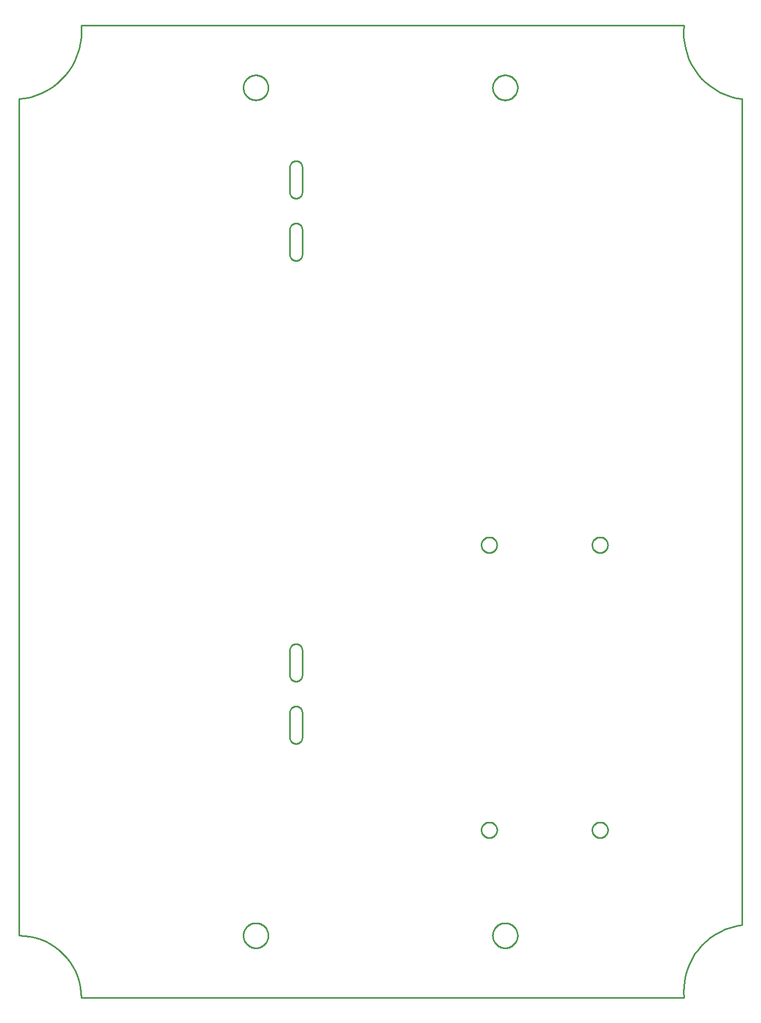
<source format=gko>
G04 EAGLE Gerber RS-274X export*
G75*
%MOMM*%
%FSLAX34Y34*%
%LPD*%
%IN*%
%IPPOS*%
%AMOC8*
5,1,8,0,0,1.08239X$1,22.5*%
G01*
%ADD10C,0.254000*%


D10*
X0Y100000D02*
X8716Y99619D01*
X17365Y98481D01*
X25882Y96593D01*
X34202Y93969D01*
X42262Y90631D01*
X50000Y86603D01*
X57358Y81915D01*
X64279Y76604D01*
X70711Y70711D01*
X76604Y64279D01*
X81915Y57358D01*
X86603Y50000D01*
X90631Y42262D01*
X93969Y34202D01*
X96593Y25882D01*
X98481Y17365D01*
X99619Y8716D01*
X100000Y0D01*
X1067100Y0D01*
X1066462Y9188D01*
X1066627Y18396D01*
X1067594Y27556D01*
X1069356Y36596D01*
X1071899Y45448D01*
X1075204Y54044D01*
X1079245Y62320D01*
X1083993Y70212D01*
X1089410Y77661D01*
X1095456Y84609D01*
X1102084Y91003D01*
X1109244Y96796D01*
X1116882Y101943D01*
X1124940Y106404D01*
X1133355Y110146D01*
X1142065Y113140D01*
X1151003Y115364D01*
X1160100Y116800D01*
X1160100Y1441800D01*
X1150940Y1443305D01*
X1141946Y1445602D01*
X1133187Y1448674D01*
X1124728Y1452498D01*
X1116636Y1457045D01*
X1108970Y1462279D01*
X1101789Y1468162D01*
X1095149Y1474649D01*
X1089099Y1481689D01*
X1083686Y1489230D01*
X1078951Y1497214D01*
X1074929Y1505580D01*
X1071652Y1514265D01*
X1069145Y1523203D01*
X1067426Y1532325D01*
X1066508Y1541562D01*
X1066400Y1550844D01*
X1067100Y1560100D01*
X100000Y1560100D01*
X100382Y1550552D01*
X99931Y1541007D01*
X98649Y1531538D01*
X96547Y1522217D01*
X93640Y1513114D01*
X89952Y1504299D01*
X85509Y1495839D01*
X80345Y1487799D01*
X74501Y1480239D01*
X68020Y1473218D01*
X60951Y1466788D01*
X53349Y1460998D01*
X45272Y1455893D01*
X36780Y1451512D01*
X27938Y1447887D01*
X18815Y1445047D01*
X9478Y1443013D01*
X0Y1441800D01*
X0Y100000D01*
X434500Y1292380D02*
X434538Y1291508D01*
X434652Y1290644D01*
X434841Y1289792D01*
X435103Y1288960D01*
X435437Y1288154D01*
X435840Y1287380D01*
X436308Y1286644D01*
X436840Y1285952D01*
X437429Y1285309D01*
X438072Y1284720D01*
X438764Y1284188D01*
X439500Y1283720D01*
X440274Y1283317D01*
X441080Y1282983D01*
X441912Y1282721D01*
X442764Y1282532D01*
X443628Y1282418D01*
X444500Y1282380D01*
X445372Y1282418D01*
X446236Y1282532D01*
X447088Y1282721D01*
X447920Y1282983D01*
X448726Y1283317D01*
X449500Y1283720D01*
X450236Y1284188D01*
X450928Y1284720D01*
X451571Y1285309D01*
X452160Y1285952D01*
X452692Y1286644D01*
X453160Y1287380D01*
X453563Y1288154D01*
X453897Y1288960D01*
X454159Y1289792D01*
X454348Y1290644D01*
X454462Y1291508D01*
X454500Y1292380D01*
X454500Y1332380D01*
X454462Y1333252D01*
X454348Y1334116D01*
X454159Y1334968D01*
X453897Y1335800D01*
X453563Y1336606D01*
X453160Y1337380D01*
X452692Y1338116D01*
X452160Y1338808D01*
X451571Y1339451D01*
X450928Y1340040D01*
X450236Y1340572D01*
X449500Y1341040D01*
X448726Y1341443D01*
X447920Y1341777D01*
X447088Y1342039D01*
X446236Y1342228D01*
X445372Y1342342D01*
X444500Y1342380D01*
X443628Y1342342D01*
X442764Y1342228D01*
X441912Y1342039D01*
X441080Y1341777D01*
X440274Y1341443D01*
X439500Y1341040D01*
X438764Y1340572D01*
X438072Y1340040D01*
X437429Y1339451D01*
X436840Y1338808D01*
X436308Y1338116D01*
X435840Y1337380D01*
X435437Y1336606D01*
X435103Y1335800D01*
X434841Y1334968D01*
X434652Y1334116D01*
X434538Y1333252D01*
X434500Y1332380D01*
X434500Y1292380D01*
X434500Y1192380D02*
X434538Y1191508D01*
X434652Y1190644D01*
X434841Y1189792D01*
X435103Y1188960D01*
X435437Y1188154D01*
X435840Y1187380D01*
X436308Y1186644D01*
X436840Y1185952D01*
X437429Y1185309D01*
X438072Y1184720D01*
X438764Y1184188D01*
X439500Y1183720D01*
X440274Y1183317D01*
X441080Y1182983D01*
X441912Y1182721D01*
X442764Y1182532D01*
X443628Y1182418D01*
X444500Y1182380D01*
X445372Y1182418D01*
X446236Y1182532D01*
X447088Y1182721D01*
X447920Y1182983D01*
X448726Y1183317D01*
X449500Y1183720D01*
X450236Y1184188D01*
X450928Y1184720D01*
X451571Y1185309D01*
X452160Y1185952D01*
X452692Y1186644D01*
X453160Y1187380D01*
X453563Y1188154D01*
X453897Y1188960D01*
X454159Y1189792D01*
X454348Y1190644D01*
X454462Y1191508D01*
X454500Y1192380D01*
X454500Y1232380D01*
X454462Y1233252D01*
X454348Y1234116D01*
X454159Y1234968D01*
X453897Y1235800D01*
X453563Y1236606D01*
X453160Y1237380D01*
X452692Y1238116D01*
X452160Y1238808D01*
X451571Y1239451D01*
X450928Y1240040D01*
X450236Y1240572D01*
X449500Y1241040D01*
X448726Y1241443D01*
X447920Y1241777D01*
X447088Y1242039D01*
X446236Y1242228D01*
X445372Y1242342D01*
X444500Y1242380D01*
X443628Y1242342D01*
X442764Y1242228D01*
X441912Y1242039D01*
X441080Y1241777D01*
X440274Y1241443D01*
X439500Y1241040D01*
X438764Y1240572D01*
X438072Y1240040D01*
X437429Y1239451D01*
X436840Y1238808D01*
X436308Y1238116D01*
X435840Y1237380D01*
X435437Y1236606D01*
X435103Y1235800D01*
X434841Y1234968D01*
X434652Y1234116D01*
X434538Y1233252D01*
X434500Y1232380D01*
X434500Y1192380D01*
X434500Y417680D02*
X434538Y416808D01*
X434652Y415944D01*
X434841Y415092D01*
X435103Y414260D01*
X435437Y413454D01*
X435840Y412680D01*
X436308Y411944D01*
X436840Y411252D01*
X437429Y410609D01*
X438072Y410020D01*
X438764Y409488D01*
X439500Y409020D01*
X440274Y408617D01*
X441080Y408283D01*
X441912Y408021D01*
X442764Y407832D01*
X443628Y407718D01*
X444500Y407680D01*
X445372Y407718D01*
X446236Y407832D01*
X447088Y408021D01*
X447920Y408283D01*
X448726Y408617D01*
X449500Y409020D01*
X450236Y409488D01*
X450928Y410020D01*
X451571Y410609D01*
X452160Y411252D01*
X452692Y411944D01*
X453160Y412680D01*
X453563Y413454D01*
X453897Y414260D01*
X454159Y415092D01*
X454348Y415944D01*
X454462Y416808D01*
X454500Y417680D01*
X454500Y457680D01*
X454462Y458552D01*
X454348Y459416D01*
X454159Y460268D01*
X453897Y461100D01*
X453563Y461906D01*
X453160Y462680D01*
X452692Y463416D01*
X452160Y464108D01*
X451571Y464751D01*
X450928Y465340D01*
X450236Y465872D01*
X449500Y466340D01*
X448726Y466743D01*
X447920Y467077D01*
X447088Y467339D01*
X446236Y467528D01*
X445372Y467642D01*
X444500Y467680D01*
X443628Y467642D01*
X442764Y467528D01*
X441912Y467339D01*
X441080Y467077D01*
X440274Y466743D01*
X439500Y466340D01*
X438764Y465872D01*
X438072Y465340D01*
X437429Y464751D01*
X436840Y464108D01*
X436308Y463416D01*
X435840Y462680D01*
X435437Y461906D01*
X435103Y461100D01*
X434841Y460268D01*
X434652Y459416D01*
X434538Y458552D01*
X434500Y457680D01*
X434500Y417680D01*
X434500Y517680D02*
X434538Y516808D01*
X434652Y515944D01*
X434841Y515092D01*
X435103Y514260D01*
X435437Y513454D01*
X435840Y512680D01*
X436308Y511944D01*
X436840Y511252D01*
X437429Y510609D01*
X438072Y510020D01*
X438764Y509488D01*
X439500Y509020D01*
X440274Y508617D01*
X441080Y508283D01*
X441912Y508021D01*
X442764Y507832D01*
X443628Y507718D01*
X444500Y507680D01*
X445372Y507718D01*
X446236Y507832D01*
X447088Y508021D01*
X447920Y508283D01*
X448726Y508617D01*
X449500Y509020D01*
X450236Y509488D01*
X450928Y510020D01*
X451571Y510609D01*
X452160Y511252D01*
X452692Y511944D01*
X453160Y512680D01*
X453563Y513454D01*
X453897Y514260D01*
X454159Y515092D01*
X454348Y515944D01*
X454462Y516808D01*
X454500Y517680D01*
X454500Y557680D01*
X454462Y558552D01*
X454348Y559416D01*
X454159Y560268D01*
X453897Y561100D01*
X453563Y561906D01*
X453160Y562680D01*
X452692Y563416D01*
X452160Y564108D01*
X451571Y564751D01*
X450928Y565340D01*
X450236Y565872D01*
X449500Y566340D01*
X448726Y566743D01*
X447920Y567077D01*
X447088Y567339D01*
X446236Y567528D01*
X445372Y567642D01*
X444500Y567680D01*
X443628Y567642D01*
X442764Y567528D01*
X441912Y567339D01*
X441080Y567077D01*
X440274Y566743D01*
X439500Y566340D01*
X438764Y565872D01*
X438072Y565340D01*
X437429Y564751D01*
X436840Y564108D01*
X436308Y563416D01*
X435840Y562680D01*
X435437Y561906D01*
X435103Y561100D01*
X434841Y560268D01*
X434652Y559416D01*
X434538Y558552D01*
X434500Y557680D01*
X434500Y517680D01*
X944680Y268749D02*
X944603Y267770D01*
X944449Y266800D01*
X944220Y265844D01*
X943916Y264910D01*
X943541Y264003D01*
X943095Y263128D01*
X942581Y262290D01*
X942004Y261495D01*
X941366Y260748D01*
X940672Y260054D01*
X939925Y259416D01*
X939130Y258839D01*
X938292Y258325D01*
X937417Y257879D01*
X936510Y257504D01*
X935576Y257200D01*
X934621Y256971D01*
X933650Y256817D01*
X932671Y256740D01*
X931689Y256740D01*
X930710Y256817D01*
X929740Y256971D01*
X928784Y257200D01*
X927850Y257504D01*
X926943Y257879D01*
X926068Y258325D01*
X925230Y258839D01*
X924435Y259416D01*
X923688Y260054D01*
X922994Y260748D01*
X922356Y261495D01*
X921779Y262290D01*
X921265Y263128D01*
X920819Y264003D01*
X920444Y264910D01*
X920140Y265844D01*
X919911Y266800D01*
X919757Y267770D01*
X919680Y268749D01*
X919680Y269731D01*
X919757Y270710D01*
X919911Y271681D01*
X920140Y272636D01*
X920444Y273570D01*
X920819Y274477D01*
X921265Y275352D01*
X921779Y276190D01*
X922356Y276985D01*
X922994Y277732D01*
X923688Y278426D01*
X924435Y279064D01*
X925230Y279641D01*
X926068Y280155D01*
X926943Y280601D01*
X927850Y280976D01*
X928784Y281280D01*
X929740Y281509D01*
X930710Y281663D01*
X931689Y281740D01*
X932671Y281740D01*
X933650Y281663D01*
X934621Y281509D01*
X935576Y281280D01*
X936510Y280976D01*
X937417Y280601D01*
X938292Y280155D01*
X939130Y279641D01*
X939925Y279064D01*
X940672Y278426D01*
X941366Y277732D01*
X942004Y276985D01*
X942581Y276190D01*
X943095Y275352D01*
X943541Y274477D01*
X943916Y273570D01*
X944220Y272636D01*
X944449Y271681D01*
X944603Y270710D01*
X944680Y269731D01*
X944680Y268749D01*
X766880Y268749D02*
X766803Y267770D01*
X766649Y266800D01*
X766420Y265844D01*
X766116Y264910D01*
X765741Y264003D01*
X765295Y263128D01*
X764781Y262290D01*
X764204Y261495D01*
X763566Y260748D01*
X762872Y260054D01*
X762125Y259416D01*
X761330Y258839D01*
X760492Y258325D01*
X759617Y257879D01*
X758710Y257504D01*
X757776Y257200D01*
X756821Y256971D01*
X755850Y256817D01*
X754871Y256740D01*
X753889Y256740D01*
X752910Y256817D01*
X751940Y256971D01*
X750984Y257200D01*
X750050Y257504D01*
X749143Y257879D01*
X748268Y258325D01*
X747430Y258839D01*
X746635Y259416D01*
X745888Y260054D01*
X745194Y260748D01*
X744556Y261495D01*
X743979Y262290D01*
X743465Y263128D01*
X743019Y264003D01*
X742644Y264910D01*
X742340Y265844D01*
X742111Y266800D01*
X741957Y267770D01*
X741880Y268749D01*
X741880Y269731D01*
X741957Y270710D01*
X742111Y271681D01*
X742340Y272636D01*
X742644Y273570D01*
X743019Y274477D01*
X743465Y275352D01*
X743979Y276190D01*
X744556Y276985D01*
X745194Y277732D01*
X745888Y278426D01*
X746635Y279064D01*
X747430Y279641D01*
X748268Y280155D01*
X749143Y280601D01*
X750050Y280976D01*
X750984Y281280D01*
X751940Y281509D01*
X752910Y281663D01*
X753889Y281740D01*
X754871Y281740D01*
X755850Y281663D01*
X756821Y281509D01*
X757776Y281280D01*
X758710Y280976D01*
X759617Y280601D01*
X760492Y280155D01*
X761330Y279641D01*
X762125Y279064D01*
X762872Y278426D01*
X763566Y277732D01*
X764204Y276985D01*
X764781Y276190D01*
X765295Y275352D01*
X765741Y274477D01*
X766116Y273570D01*
X766420Y272636D01*
X766649Y271681D01*
X766803Y270710D01*
X766880Y269731D01*
X766880Y268749D01*
X800000Y1459396D02*
X799927Y1458189D01*
X799781Y1456989D01*
X799563Y1455800D01*
X799274Y1454627D01*
X798915Y1453473D01*
X798486Y1452343D01*
X797990Y1451241D01*
X797428Y1450170D01*
X796803Y1449136D01*
X796116Y1448141D01*
X795371Y1447190D01*
X794569Y1446285D01*
X793715Y1445431D01*
X792810Y1444629D01*
X791859Y1443884D01*
X790864Y1443197D01*
X789830Y1442572D01*
X788759Y1442010D01*
X787657Y1441514D01*
X786527Y1441085D01*
X785373Y1440726D01*
X784200Y1440437D01*
X783011Y1440219D01*
X781811Y1440073D01*
X780604Y1440000D01*
X779396Y1440000D01*
X778189Y1440073D01*
X776989Y1440219D01*
X775800Y1440437D01*
X774627Y1440726D01*
X773473Y1441085D01*
X772343Y1441514D01*
X771241Y1442010D01*
X770170Y1442572D01*
X769136Y1443197D01*
X768141Y1443884D01*
X767190Y1444629D01*
X766285Y1445431D01*
X765431Y1446285D01*
X764629Y1447190D01*
X763884Y1448141D01*
X763197Y1449136D01*
X762572Y1450170D01*
X762010Y1451241D01*
X761514Y1452343D01*
X761085Y1453473D01*
X760726Y1454627D01*
X760437Y1455800D01*
X760219Y1456989D01*
X760073Y1458189D01*
X760000Y1459396D01*
X760000Y1460604D01*
X760073Y1461811D01*
X760219Y1463011D01*
X760437Y1464200D01*
X760726Y1465373D01*
X761085Y1466527D01*
X761514Y1467657D01*
X762010Y1468759D01*
X762572Y1469830D01*
X763197Y1470864D01*
X763884Y1471859D01*
X764629Y1472810D01*
X765431Y1473715D01*
X766285Y1474569D01*
X767190Y1475371D01*
X768141Y1476116D01*
X769136Y1476803D01*
X770170Y1477428D01*
X771241Y1477990D01*
X772343Y1478486D01*
X773473Y1478915D01*
X774627Y1479274D01*
X775800Y1479563D01*
X776989Y1479781D01*
X778189Y1479927D01*
X779396Y1480000D01*
X780604Y1480000D01*
X781811Y1479927D01*
X783011Y1479781D01*
X784200Y1479563D01*
X785373Y1479274D01*
X786527Y1478915D01*
X787657Y1478486D01*
X788759Y1477990D01*
X789830Y1477428D01*
X790864Y1476803D01*
X791859Y1476116D01*
X792810Y1475371D01*
X793715Y1474569D01*
X794569Y1473715D01*
X795371Y1472810D01*
X796116Y1471859D01*
X796803Y1470864D01*
X797428Y1469830D01*
X797990Y1468759D01*
X798486Y1467657D01*
X798915Y1466527D01*
X799274Y1465373D01*
X799563Y1464200D01*
X799781Y1463011D01*
X799927Y1461811D01*
X800000Y1460604D01*
X800000Y1459396D01*
X400000Y1459396D02*
X399927Y1458189D01*
X399781Y1456989D01*
X399563Y1455800D01*
X399274Y1454627D01*
X398915Y1453473D01*
X398486Y1452343D01*
X397990Y1451241D01*
X397428Y1450170D01*
X396803Y1449136D01*
X396116Y1448141D01*
X395371Y1447190D01*
X394569Y1446285D01*
X393715Y1445431D01*
X392810Y1444629D01*
X391859Y1443884D01*
X390864Y1443197D01*
X389830Y1442572D01*
X388759Y1442010D01*
X387657Y1441514D01*
X386527Y1441085D01*
X385373Y1440726D01*
X384200Y1440437D01*
X383011Y1440219D01*
X381811Y1440073D01*
X380604Y1440000D01*
X379396Y1440000D01*
X378189Y1440073D01*
X376989Y1440219D01*
X375800Y1440437D01*
X374627Y1440726D01*
X373473Y1441085D01*
X372343Y1441514D01*
X371241Y1442010D01*
X370170Y1442572D01*
X369136Y1443197D01*
X368141Y1443884D01*
X367190Y1444629D01*
X366285Y1445431D01*
X365431Y1446285D01*
X364629Y1447190D01*
X363884Y1448141D01*
X363197Y1449136D01*
X362572Y1450170D01*
X362010Y1451241D01*
X361514Y1452343D01*
X361085Y1453473D01*
X360726Y1454627D01*
X360437Y1455800D01*
X360219Y1456989D01*
X360073Y1458189D01*
X360000Y1459396D01*
X360000Y1460604D01*
X360073Y1461811D01*
X360219Y1463011D01*
X360437Y1464200D01*
X360726Y1465373D01*
X361085Y1466527D01*
X361514Y1467657D01*
X362010Y1468759D01*
X362572Y1469830D01*
X363197Y1470864D01*
X363884Y1471859D01*
X364629Y1472810D01*
X365431Y1473715D01*
X366285Y1474569D01*
X367190Y1475371D01*
X368141Y1476116D01*
X369136Y1476803D01*
X370170Y1477428D01*
X371241Y1477990D01*
X372343Y1478486D01*
X373473Y1478915D01*
X374627Y1479274D01*
X375800Y1479563D01*
X376989Y1479781D01*
X378189Y1479927D01*
X379396Y1480000D01*
X380604Y1480000D01*
X381811Y1479927D01*
X383011Y1479781D01*
X384200Y1479563D01*
X385373Y1479274D01*
X386527Y1478915D01*
X387657Y1478486D01*
X388759Y1477990D01*
X389830Y1477428D01*
X390864Y1476803D01*
X391859Y1476116D01*
X392810Y1475371D01*
X393715Y1474569D01*
X394569Y1473715D01*
X395371Y1472810D01*
X396116Y1471859D01*
X396803Y1470864D01*
X397428Y1469830D01*
X397990Y1468759D01*
X398486Y1467657D01*
X398915Y1466527D01*
X399274Y1465373D01*
X399563Y1464200D01*
X399781Y1463011D01*
X399927Y1461811D01*
X400000Y1460604D01*
X400000Y1459396D01*
X800000Y99396D02*
X799927Y98189D01*
X799781Y96989D01*
X799563Y95800D01*
X799274Y94627D01*
X798915Y93473D01*
X798486Y92343D01*
X797990Y91241D01*
X797428Y90170D01*
X796803Y89136D01*
X796116Y88141D01*
X795371Y87190D01*
X794569Y86285D01*
X793715Y85431D01*
X792810Y84629D01*
X791859Y83884D01*
X790864Y83197D01*
X789830Y82572D01*
X788759Y82010D01*
X787657Y81514D01*
X786527Y81085D01*
X785373Y80726D01*
X784200Y80437D01*
X783011Y80219D01*
X781811Y80073D01*
X780604Y80000D01*
X779396Y80000D01*
X778189Y80073D01*
X776989Y80219D01*
X775800Y80437D01*
X774627Y80726D01*
X773473Y81085D01*
X772343Y81514D01*
X771241Y82010D01*
X770170Y82572D01*
X769136Y83197D01*
X768141Y83884D01*
X767190Y84629D01*
X766285Y85431D01*
X765431Y86285D01*
X764629Y87190D01*
X763884Y88141D01*
X763197Y89136D01*
X762572Y90170D01*
X762010Y91241D01*
X761514Y92343D01*
X761085Y93473D01*
X760726Y94627D01*
X760437Y95800D01*
X760219Y96989D01*
X760073Y98189D01*
X760000Y99396D01*
X760000Y100604D01*
X760073Y101811D01*
X760219Y103011D01*
X760437Y104200D01*
X760726Y105373D01*
X761085Y106527D01*
X761514Y107657D01*
X762010Y108759D01*
X762572Y109830D01*
X763197Y110864D01*
X763884Y111859D01*
X764629Y112810D01*
X765431Y113715D01*
X766285Y114569D01*
X767190Y115371D01*
X768141Y116116D01*
X769136Y116803D01*
X770170Y117428D01*
X771241Y117990D01*
X772343Y118486D01*
X773473Y118915D01*
X774627Y119274D01*
X775800Y119563D01*
X776989Y119781D01*
X778189Y119927D01*
X779396Y120000D01*
X780604Y120000D01*
X781811Y119927D01*
X783011Y119781D01*
X784200Y119563D01*
X785373Y119274D01*
X786527Y118915D01*
X787657Y118486D01*
X788759Y117990D01*
X789830Y117428D01*
X790864Y116803D01*
X791859Y116116D01*
X792810Y115371D01*
X793715Y114569D01*
X794569Y113715D01*
X795371Y112810D01*
X796116Y111859D01*
X796803Y110864D01*
X797428Y109830D01*
X797990Y108759D01*
X798486Y107657D01*
X798915Y106527D01*
X799274Y105373D01*
X799563Y104200D01*
X799781Y103011D01*
X799927Y101811D01*
X800000Y100604D01*
X800000Y99396D01*
X400000Y99396D02*
X399927Y98189D01*
X399781Y96989D01*
X399563Y95800D01*
X399274Y94627D01*
X398915Y93473D01*
X398486Y92343D01*
X397990Y91241D01*
X397428Y90170D01*
X396803Y89136D01*
X396116Y88141D01*
X395371Y87190D01*
X394569Y86285D01*
X393715Y85431D01*
X392810Y84629D01*
X391859Y83884D01*
X390864Y83197D01*
X389830Y82572D01*
X388759Y82010D01*
X387657Y81514D01*
X386527Y81085D01*
X385373Y80726D01*
X384200Y80437D01*
X383011Y80219D01*
X381811Y80073D01*
X380604Y80000D01*
X379396Y80000D01*
X378189Y80073D01*
X376989Y80219D01*
X375800Y80437D01*
X374627Y80726D01*
X373473Y81085D01*
X372343Y81514D01*
X371241Y82010D01*
X370170Y82572D01*
X369136Y83197D01*
X368141Y83884D01*
X367190Y84629D01*
X366285Y85431D01*
X365431Y86285D01*
X364629Y87190D01*
X363884Y88141D01*
X363197Y89136D01*
X362572Y90170D01*
X362010Y91241D01*
X361514Y92343D01*
X361085Y93473D01*
X360726Y94627D01*
X360437Y95800D01*
X360219Y96989D01*
X360073Y98189D01*
X360000Y99396D01*
X360000Y100604D01*
X360073Y101811D01*
X360219Y103011D01*
X360437Y104200D01*
X360726Y105373D01*
X361085Y106527D01*
X361514Y107657D01*
X362010Y108759D01*
X362572Y109830D01*
X363197Y110864D01*
X363884Y111859D01*
X364629Y112810D01*
X365431Y113715D01*
X366285Y114569D01*
X367190Y115371D01*
X368141Y116116D01*
X369136Y116803D01*
X370170Y117428D01*
X371241Y117990D01*
X372343Y118486D01*
X373473Y118915D01*
X374627Y119274D01*
X375800Y119563D01*
X376989Y119781D01*
X378189Y119927D01*
X379396Y120000D01*
X380604Y120000D01*
X381811Y119927D01*
X383011Y119781D01*
X384200Y119563D01*
X385373Y119274D01*
X386527Y118915D01*
X387657Y118486D01*
X388759Y117990D01*
X389830Y117428D01*
X390864Y116803D01*
X391859Y116116D01*
X392810Y115371D01*
X393715Y114569D01*
X394569Y113715D01*
X395371Y112810D01*
X396116Y111859D01*
X396803Y110864D01*
X397428Y109830D01*
X397990Y108759D01*
X398486Y107657D01*
X398915Y106527D01*
X399274Y105373D01*
X399563Y104200D01*
X399781Y103011D01*
X399927Y101811D01*
X400000Y100604D01*
X400000Y99396D01*
X766868Y725944D02*
X766791Y724965D01*
X766637Y723995D01*
X766408Y723040D01*
X766104Y722105D01*
X765728Y721198D01*
X765282Y720323D01*
X764769Y719485D01*
X764192Y718691D01*
X763554Y717944D01*
X762859Y717249D01*
X762113Y716611D01*
X761318Y716034D01*
X760480Y715521D01*
X759605Y715075D01*
X758698Y714699D01*
X757763Y714395D01*
X756808Y714166D01*
X755838Y714012D01*
X754859Y713935D01*
X753877Y713935D01*
X752898Y714012D01*
X751927Y714166D01*
X750972Y714395D01*
X750038Y714699D01*
X749131Y715075D01*
X748255Y715521D01*
X747418Y716034D01*
X746623Y716611D01*
X745876Y717249D01*
X745182Y717944D01*
X744544Y718691D01*
X743966Y719485D01*
X743453Y720323D01*
X743007Y721198D01*
X742631Y722105D01*
X742328Y723040D01*
X742099Y723995D01*
X741945Y724965D01*
X741868Y725944D01*
X741868Y726926D01*
X741945Y727906D01*
X742099Y728876D01*
X742328Y729831D01*
X742631Y730765D01*
X743007Y731673D01*
X743453Y732548D01*
X743966Y733385D01*
X744544Y734180D01*
X745182Y734927D01*
X745876Y735621D01*
X746623Y736259D01*
X747418Y736837D01*
X748255Y737350D01*
X749131Y737796D01*
X750038Y738172D01*
X750972Y738475D01*
X751927Y738705D01*
X752898Y738858D01*
X753877Y738935D01*
X754859Y738935D01*
X755838Y738858D01*
X756808Y738705D01*
X757763Y738475D01*
X758698Y738172D01*
X759605Y737796D01*
X760480Y737350D01*
X761318Y736837D01*
X762113Y736259D01*
X762859Y735621D01*
X763554Y734927D01*
X764192Y734180D01*
X764769Y733385D01*
X765282Y732548D01*
X765728Y731673D01*
X766104Y730765D01*
X766408Y729831D01*
X766637Y728876D01*
X766791Y727906D01*
X766868Y726926D01*
X766868Y725944D01*
X944612Y725944D02*
X944535Y724965D01*
X944382Y723995D01*
X944152Y723040D01*
X943849Y722105D01*
X943473Y721198D01*
X943027Y720323D01*
X942514Y719485D01*
X941936Y718691D01*
X941298Y717944D01*
X940604Y717249D01*
X939857Y716611D01*
X939062Y716034D01*
X938225Y715521D01*
X937350Y715075D01*
X936442Y714699D01*
X935508Y714395D01*
X934553Y714166D01*
X933583Y714012D01*
X932603Y713935D01*
X931621Y713935D01*
X930642Y714012D01*
X929672Y714166D01*
X928717Y714395D01*
X927783Y714699D01*
X926875Y715075D01*
X926000Y715521D01*
X925162Y716034D01*
X924368Y716611D01*
X923621Y717249D01*
X922926Y717944D01*
X922288Y718691D01*
X921711Y719485D01*
X921198Y720323D01*
X920752Y721198D01*
X920376Y722105D01*
X920072Y723040D01*
X919843Y723995D01*
X919689Y724965D01*
X919612Y725944D01*
X919612Y726926D01*
X919689Y727906D01*
X919843Y728876D01*
X920072Y729831D01*
X920376Y730765D01*
X920752Y731673D01*
X921198Y732548D01*
X921711Y733385D01*
X922288Y734180D01*
X922926Y734927D01*
X923621Y735621D01*
X924368Y736259D01*
X925162Y736837D01*
X926000Y737350D01*
X926875Y737796D01*
X927783Y738172D01*
X928717Y738475D01*
X929672Y738705D01*
X930642Y738858D01*
X931621Y738935D01*
X932603Y738935D01*
X933583Y738858D01*
X934553Y738705D01*
X935508Y738475D01*
X936442Y738172D01*
X937350Y737796D01*
X938225Y737350D01*
X939062Y736837D01*
X939857Y736259D01*
X940604Y735621D01*
X941298Y734927D01*
X941936Y734180D01*
X942514Y733385D01*
X943027Y732548D01*
X943473Y731673D01*
X943849Y730765D01*
X944152Y729831D01*
X944382Y728876D01*
X944535Y727906D01*
X944612Y726926D01*
X944612Y725944D01*
M02*

</source>
